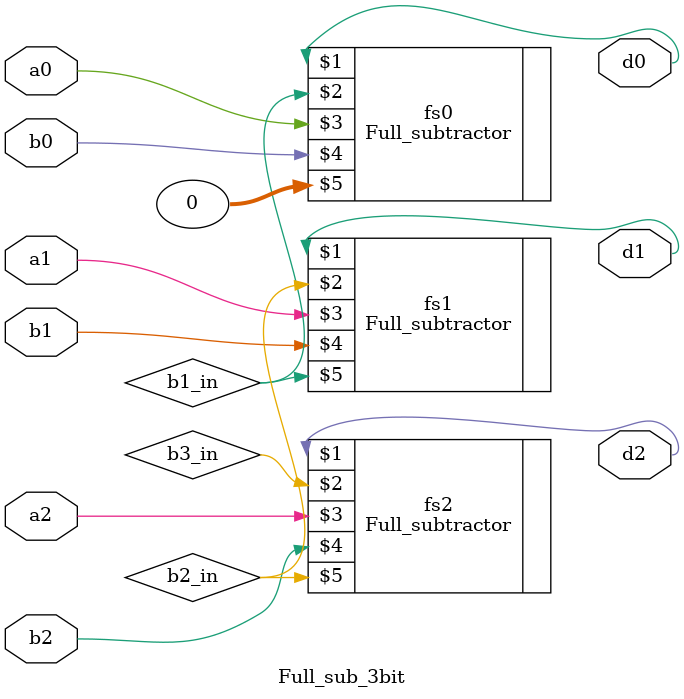
<source format=v>
`include "Full_subtractor.v"
module Full_sub_3bit(output d0, d1, d2, input a0, a1, a2, b0, b1, b2);

    wire b1_in, b2_in, b3_in;
    Full_subtractor fs0(d0, b1_in, a0, b0, 0);
    Full_subtractor fs1(d1, b2_in, a1, b1, b1_in);
    Full_subtractor fs2(d2, b3_in, a2, b2, b2_in);

endmodule
</source>
